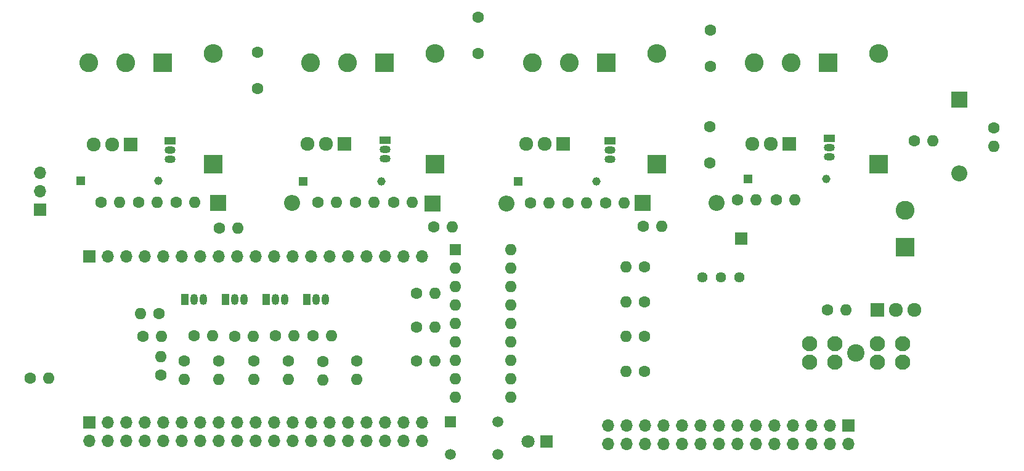
<source format=gbr>
%TF.GenerationSoftware,KiCad,Pcbnew,7.0.1*%
%TF.CreationDate,2023-05-06T14:51:25-07:00*%
%TF.ProjectId,MakeItRain,4d616b65-4974-4526-9169-6e2e6b696361,rev?*%
%TF.SameCoordinates,Original*%
%TF.FileFunction,Soldermask,Bot*%
%TF.FilePolarity,Negative*%
%FSLAX46Y46*%
G04 Gerber Fmt 4.6, Leading zero omitted, Abs format (unit mm)*
G04 Created by KiCad (PCBNEW 7.0.1) date 2023-05-06 14:51:25*
%MOMM*%
%LPD*%
G01*
G04 APERTURE LIST*
%ADD10C,1.600000*%
%ADD11R,2.600000X2.600000*%
%ADD12O,2.600000X2.600000*%
%ADD13R,1.800000X1.800000*%
%ADD14C,1.800000*%
%ADD15R,1.700000X1.700000*%
%ADD16O,1.700000X1.700000*%
%ADD17C,2.600000*%
%ADD18R,1.920000X1.920000*%
%ADD19C,1.920000*%
%ADD20R,1.050000X1.500000*%
%ADD21O,1.050000X1.500000*%
%ADD22R,1.150000X1.150000*%
%ADD23C,1.150000*%
%ADD24O,1.600000X1.600000*%
%ADD25R,1.500000X1.050000*%
%ADD26O,1.500000X1.050000*%
%ADD27C,1.440000*%
%ADD28R,1.600000X1.600000*%
%ADD29R,2.200000X2.200000*%
%ADD30O,2.200000X2.200000*%
%ADD31R,1.500000X1.500000*%
%ADD32C,1.500000*%
%ADD33C,2.400000*%
%ADD34C,2.100000*%
G04 APERTURE END LIST*
D10*
%TO.C,C2*%
X89109000Y-69659700D03*
X89109000Y-74659700D03*
%TD*%
%TO.C,C3*%
X119449600Y-64825000D03*
X119449600Y-69825000D03*
%TD*%
%TO.C,C4*%
X151357900Y-66638300D03*
X151357900Y-71638300D03*
%TD*%
D11*
%TO.C,D3*%
X83061000Y-85060000D03*
D12*
X83061000Y-69820000D03*
%TD*%
D11*
%TO.C,D5*%
X113541000Y-85060000D03*
D12*
X113541000Y-69820000D03*
%TD*%
D11*
%TO.C,D7*%
X174501000Y-85060000D03*
D12*
X174501000Y-69820000D03*
%TD*%
D11*
%TO.C,D9*%
X144021000Y-85060000D03*
D12*
X144021000Y-69820000D03*
%TD*%
D13*
%TO.C,D1*%
X128872900Y-123268200D03*
D14*
X126332900Y-123268200D03*
%TD*%
D15*
%TO.C,J2*%
X66040000Y-120650000D03*
D16*
X66040000Y-123190000D03*
X68580000Y-120650000D03*
X68580000Y-123190000D03*
X71120000Y-120650000D03*
X71120000Y-123190000D03*
X73660000Y-120650000D03*
X73660000Y-123190000D03*
X76200000Y-120650000D03*
X76200000Y-123190000D03*
X78740000Y-120650000D03*
X78740000Y-123190000D03*
X81280000Y-120650000D03*
X81280000Y-123190000D03*
X83820000Y-120650000D03*
X83820000Y-123190000D03*
X86360000Y-120650000D03*
X86360000Y-123190000D03*
X88900000Y-120650000D03*
X88900000Y-123190000D03*
X91440000Y-120650000D03*
X91440000Y-123190000D03*
X93980000Y-120650000D03*
X93980000Y-123190000D03*
X96520000Y-120650000D03*
X96520000Y-123190000D03*
X99060000Y-120650000D03*
X99060000Y-123190000D03*
X101600000Y-120650000D03*
X101600000Y-123190000D03*
X104140000Y-120650000D03*
X104140000Y-123190000D03*
X106680000Y-120650000D03*
X106680000Y-123190000D03*
X109220000Y-120650000D03*
X109220000Y-123190000D03*
X111760000Y-120650000D03*
X111760000Y-123190000D03*
%TD*%
D15*
%TO.C,J3*%
X66040000Y-97790000D03*
D16*
X68580000Y-97790000D03*
X71120000Y-97790000D03*
X73660000Y-97790000D03*
X76200000Y-97790000D03*
X78740000Y-97790000D03*
X81280000Y-97790000D03*
X83820000Y-97790000D03*
X86360000Y-97790000D03*
X88900000Y-97790000D03*
X91440000Y-97790000D03*
X93980000Y-97790000D03*
X96520000Y-97790000D03*
X99060000Y-97790000D03*
X101600000Y-97790000D03*
X104140000Y-97790000D03*
X106680000Y-97790000D03*
X109220000Y-97790000D03*
X111760000Y-97790000D03*
%TD*%
D11*
%TO.C,P1*%
X178125700Y-96457800D03*
D17*
X178125700Y-91377800D03*
%TD*%
D18*
%TO.C,Q3*%
X71689700Y-82379600D03*
D19*
X69149700Y-82379600D03*
X66609700Y-82379600D03*
%TD*%
D18*
%TO.C,Q6*%
X101108600Y-82267600D03*
D19*
X98568600Y-82267600D03*
X96028600Y-82267600D03*
%TD*%
D20*
%TO.C,Q7*%
X90300800Y-103664300D03*
D21*
X91570800Y-103664300D03*
X92840800Y-103664300D03*
%TD*%
D18*
%TO.C,Q9*%
X131085700Y-82267600D03*
D19*
X128545700Y-82267600D03*
X126005700Y-82267600D03*
%TD*%
D18*
%TO.C,Q12*%
X162229200Y-82267600D03*
D19*
X159689200Y-82267600D03*
X157149200Y-82267600D03*
%TD*%
D18*
%TO.C,Q13*%
X174341600Y-105164100D03*
D19*
X176881600Y-105164100D03*
X179421600Y-105164100D03*
%TD*%
D11*
%TO.C,Z2*%
X106556000Y-71090000D03*
D17*
X101476000Y-71090000D03*
X96396000Y-71090000D03*
%TD*%
D11*
%TO.C,Z3*%
X137036000Y-71090000D03*
D17*
X131956000Y-71090000D03*
X126876000Y-71090000D03*
%TD*%
D11*
%TO.C,Z4*%
X167516000Y-71090000D03*
D17*
X162436000Y-71090000D03*
X157356000Y-71090000D03*
%TD*%
D11*
%TO.C,Z1*%
X76076000Y-71090000D03*
D17*
X70996000Y-71090000D03*
X65916000Y-71090000D03*
%TD*%
D15*
%TO.C,J1*%
X170349000Y-121042300D03*
D16*
X170349000Y-123582300D03*
X167809000Y-121042300D03*
X167809000Y-123582300D03*
X165269000Y-121042300D03*
X165269000Y-123582300D03*
X162729000Y-121042300D03*
X162729000Y-123582300D03*
X160189000Y-121042300D03*
X160189000Y-123582300D03*
X157649000Y-121042300D03*
X157649000Y-123582300D03*
X155109000Y-121042300D03*
X155109000Y-123582300D03*
X152569000Y-121042300D03*
X152569000Y-123582300D03*
X150029000Y-121042300D03*
X150029000Y-123582300D03*
X147489000Y-121042300D03*
X147489000Y-123582300D03*
X144949000Y-121042300D03*
X144949000Y-123582300D03*
X142409000Y-121042300D03*
X142409000Y-123582300D03*
X139869000Y-121042300D03*
X139869000Y-123582300D03*
X137329000Y-121042300D03*
X137329000Y-123582300D03*
%TD*%
D22*
%TO.C,Z5*%
X64792500Y-87395400D03*
D23*
X75492500Y-87395400D03*
%TD*%
D22*
%TO.C,Z6*%
X95418500Y-87436000D03*
D23*
X106118500Y-87436000D03*
%TD*%
D22*
%TO.C,Z8*%
X156564300Y-87104200D03*
D23*
X167264300Y-87104200D03*
%TD*%
D20*
%TO.C,Q4*%
X84702900Y-103677400D03*
D21*
X85972900Y-103677400D03*
X87242900Y-103677400D03*
%TD*%
D10*
%TO.C,R23*%
X75572300Y-105627200D03*
D24*
X73032300Y-105627200D03*
%TD*%
D10*
%TO.C,R31*%
X83822200Y-112140600D03*
D24*
X83822200Y-114680600D03*
%TD*%
D10*
%TO.C,R16*%
X131777400Y-90385900D03*
D24*
X134317400Y-90385900D03*
%TD*%
D25*
%TO.C,Q2*%
X77074800Y-81816600D03*
D26*
X77074800Y-83086600D03*
X77074800Y-84356600D03*
%TD*%
D10*
%TO.C,R24*%
X73376700Y-108765100D03*
D24*
X75916700Y-108765100D03*
%TD*%
D10*
%TO.C,R5*%
X80372200Y-108702600D03*
D24*
X82912200Y-108702600D03*
%TD*%
D27*
%TO.C,RV1*%
X150281700Y-100622000D03*
X152821700Y-100622000D03*
X155361700Y-100622000D03*
%TD*%
D15*
%TO.C,J4*%
X155598900Y-95333800D03*
%TD*%
D10*
%TO.C,R15*%
X126614500Y-90392400D03*
D24*
X129154500Y-90392400D03*
%TD*%
D10*
%TO.C,R17*%
X96767000Y-108701700D03*
D24*
X99307000Y-108701700D03*
%TD*%
D15*
%TO.C,J5*%
X59207700Y-91310200D03*
D16*
X59207700Y-88770200D03*
X59207700Y-86230200D03*
%TD*%
D10*
%TO.C,R4*%
X98113700Y-112207200D03*
D24*
X98113700Y-114747200D03*
%TD*%
D10*
%TO.C,R18*%
X179350700Y-81833100D03*
D24*
X181890700Y-81833100D03*
%TD*%
D10*
%TO.C,R29*%
X142295000Y-113577700D03*
D24*
X139755000Y-113577700D03*
%TD*%
D10*
%TO.C,R25*%
X75859900Y-114068500D03*
D24*
X75859900Y-111528500D03*
%TD*%
D10*
%TO.C,R33*%
X93402900Y-112140600D03*
D24*
X93402900Y-114680600D03*
%TD*%
D10*
%TO.C,R2*%
X113321700Y-93731200D03*
D24*
X115861700Y-93731200D03*
%TD*%
D10*
%TO.C,R14*%
X136973400Y-90405200D03*
D24*
X139513400Y-90405200D03*
%TD*%
D25*
%TO.C,Q11*%
X167687500Y-81543000D03*
D26*
X167687500Y-82813000D03*
X167687500Y-84083000D03*
%TD*%
D10*
%TO.C,R27*%
X142295000Y-103999000D03*
D24*
X139755000Y-103999000D03*
%TD*%
D28*
%TO.C,U1*%
X116307900Y-96853800D03*
D24*
X116307900Y-99393800D03*
X116307900Y-101933800D03*
X116307900Y-104473800D03*
X116307900Y-107013800D03*
X116307900Y-109553800D03*
X116307900Y-112093800D03*
X116307900Y-114633800D03*
X116307900Y-117173800D03*
X123927900Y-117173800D03*
X123927900Y-114633800D03*
X123927900Y-112093800D03*
X123927900Y-109553800D03*
X123927900Y-107013800D03*
X123927900Y-104473800D03*
X123927900Y-101933800D03*
X123927900Y-99393800D03*
X123927900Y-96853800D03*
%TD*%
D29*
%TO.C,D4*%
X113156300Y-90507700D03*
D30*
X123316300Y-90507700D03*
%TD*%
D29*
%TO.C,D2*%
X83739400Y-90439100D03*
D30*
X93899400Y-90439100D03*
%TD*%
D31*
%TO.C,S1*%
X115616200Y-120523800D03*
D32*
X122116200Y-120523800D03*
X115616200Y-125023800D03*
X122116200Y-125023800D03*
%TD*%
D10*
%TO.C,R9*%
X85984200Y-108777600D03*
D24*
X88524200Y-108777600D03*
%TD*%
D10*
%TO.C,R13*%
X91573600Y-108698400D03*
D24*
X94113600Y-108698400D03*
%TD*%
D10*
%TO.C,R6*%
X77976900Y-90313600D03*
D24*
X80516900Y-90313600D03*
%TD*%
D10*
%TO.C,R11*%
X97428100Y-90313600D03*
D24*
X99968100Y-90313600D03*
%TD*%
D10*
%TO.C,R7*%
X67592100Y-90313600D03*
D24*
X70132100Y-90313600D03*
%TD*%
D10*
%TO.C,R37*%
X110974300Y-107478900D03*
D24*
X113514300Y-107478900D03*
%TD*%
D33*
%TO.C,U2*%
X171378400Y-111050500D03*
D34*
X164978400Y-112300500D03*
X168478400Y-112300500D03*
X174278400Y-112300500D03*
X177778400Y-112300500D03*
X177778400Y-109800500D03*
X174278400Y-109800500D03*
X168478400Y-109800500D03*
X164978400Y-109800500D03*
%TD*%
D20*
%TO.C,Q10*%
X95932600Y-103664300D03*
D21*
X97202600Y-103664300D03*
X98472600Y-103664300D03*
%TD*%
D29*
%TO.C,D8*%
X185558100Y-76184700D03*
D30*
X185558100Y-86344700D03*
%TD*%
D20*
%TO.C,Q1*%
X79106900Y-103682000D03*
D21*
X80376900Y-103682000D03*
X81646900Y-103682000D03*
%TD*%
D10*
%TO.C,R26*%
X142295000Y-99209700D03*
D24*
X139755000Y-99209700D03*
%TD*%
D10*
%TO.C,R36*%
X110974300Y-112149500D03*
D24*
X113514300Y-112149500D03*
%TD*%
D10*
%TO.C,R1*%
X83868300Y-93912900D03*
D24*
X86408300Y-93912900D03*
%TD*%
D10*
%TO.C,R8*%
X72798600Y-90313600D03*
D24*
X75338600Y-90313600D03*
%TD*%
D25*
%TO.C,Q8*%
X137542600Y-81822900D03*
D26*
X137542600Y-83092900D03*
X137542600Y-84362900D03*
%TD*%
D25*
%TO.C,Q5*%
X106673400Y-81749200D03*
D26*
X106673400Y-83019200D03*
X106673400Y-84289200D03*
%TD*%
D10*
%TO.C,C5*%
X151310400Y-84874400D03*
X151310400Y-79874400D03*
%TD*%
%TO.C,R21*%
X167425100Y-105167700D03*
D24*
X169965100Y-105167700D03*
%TD*%
D10*
%TO.C,R3*%
X102762800Y-112161900D03*
D24*
X102762800Y-114701900D03*
%TD*%
D10*
%TO.C,R30*%
X79031800Y-112140600D03*
D24*
X79031800Y-114680600D03*
%TD*%
D10*
%TO.C,R12*%
X102602700Y-90291400D03*
D24*
X105142700Y-90291400D03*
%TD*%
D10*
%TO.C,R22*%
X142150900Y-93635300D03*
D24*
X144690900Y-93635300D03*
%TD*%
D10*
%TO.C,R28*%
X142295000Y-108788400D03*
D24*
X139755000Y-108788400D03*
%TD*%
D10*
%TO.C,R20*%
X160459300Y-89971000D03*
D24*
X162999300Y-89971000D03*
%TD*%
D10*
%TO.C,R19*%
X155096800Y-90020800D03*
D24*
X157636800Y-90020800D03*
%TD*%
D10*
%TO.C,R35*%
X190329000Y-80096300D03*
D24*
X190329000Y-82636300D03*
%TD*%
D10*
%TO.C,R10*%
X107804100Y-90285900D03*
D24*
X110344100Y-90285900D03*
%TD*%
D29*
%TO.C,D6*%
X142032800Y-90398200D03*
D30*
X152192800Y-90398200D03*
%TD*%
D10*
%TO.C,R32*%
X88612600Y-112140600D03*
D24*
X88612600Y-114680600D03*
%TD*%
D22*
%TO.C,Z7*%
X124968600Y-87436000D03*
D23*
X135668600Y-87436000D03*
%TD*%
D10*
%TO.C,R38*%
X110974300Y-102808300D03*
D24*
X113514300Y-102808300D03*
%TD*%
D10*
%TO.C,R34*%
X57889400Y-114568900D03*
D24*
X60429400Y-114568900D03*
%TD*%
M02*

</source>
